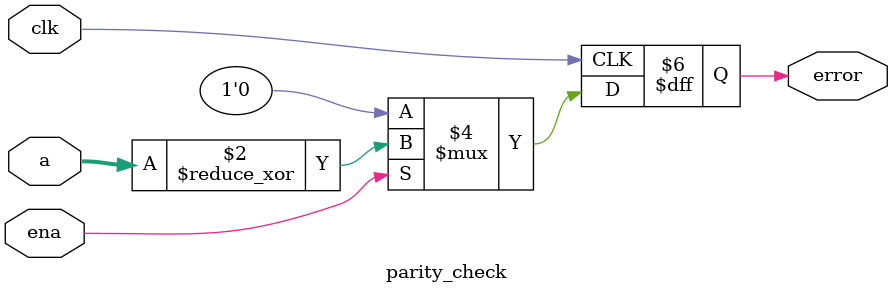
<source format=sv>

module parity_check #(
  parameter WIDTH = 8
)(
  input clk,
  input ena,
  input [WIDTH-1:0] a,
  output reg error
);

  always @(posedge clk) begin
    if (ena)
      error <= ^a;
    else
      error <= 0;
  end

`ifdef ASSERTIONS
  always @(posedge clk)
    sva_parity_error: assert (!error) $display("SVA: Passing assertion"); else $error ("SVA: Parity error detected.");
`endif



endmodule

</source>
